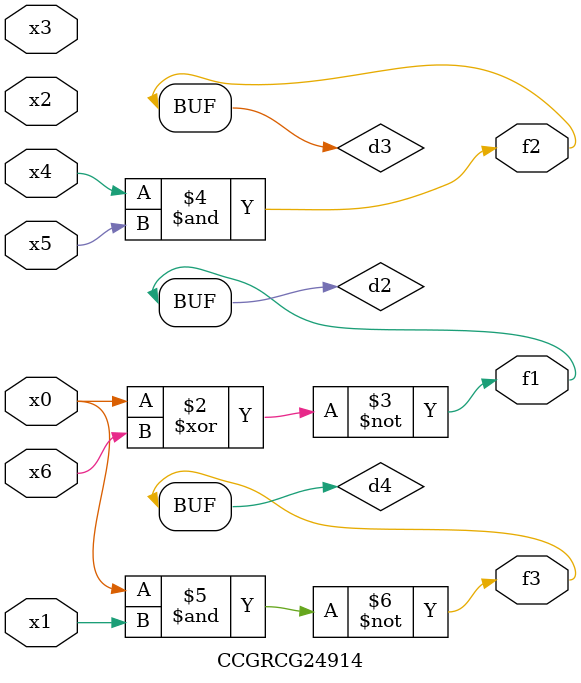
<source format=v>
module CCGRCG24914(
	input x0, x1, x2, x3, x4, x5, x6,
	output f1, f2, f3
);

	wire d1, d2, d3, d4;

	nor (d1, x0);
	xnor (d2, x0, x6);
	and (d3, x4, x5);
	nand (d4, x0, x1);
	assign f1 = d2;
	assign f2 = d3;
	assign f3 = d4;
endmodule

</source>
